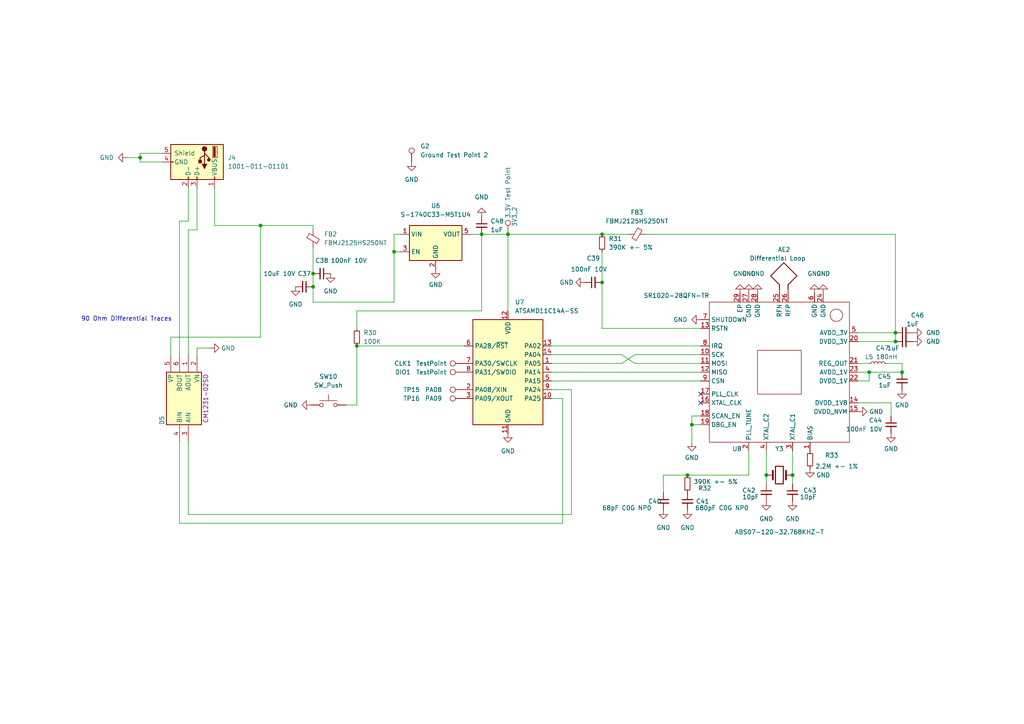
<source format=kicad_sch>
(kicad_sch (version 20211123) (generator eeschema)
  (paper "A4")
  (lib_symbols
    (symbol "Circuit_Protections:PRO-000069-00"
      (property "Reference" "D" (at 0 5.08 0))
      (property "Part Number" "CM1231-02SO" (at 0 -7.62 0))
      (property "Standoff Voltage" "5V" (at 0 -10.16 0))
      (symbol "PRO-000069-00_1_1"
        (rectangle (start -7.62 3.81) (end 7.62 -6.35) (stroke (width 0.254)) (fill (type background)))
        (pin passive line (at -12.7 -2.54 0) (length 5.08) (name "AOUT") (number "1"))
        (pin passive line (at -12.7 -5.08 0) (length 5.08) (name "VN") (number "2"))
        (pin passive line (at 12.7 -2.54 180) (length 5.08) (name "AIN") (number "3"))
        (pin passive line (at 12.7 0 180) (length 5.08) (name "BIN") (number "4"))
        (pin passive line (at -12.7 2.54 0) (length 5.08) (name "VP") (number "5"))
        (pin passive line (at -12.7 0 0) (length 5.08) (name "BOUT") (number "6"))
      )
    )
    (symbol "Connector:TestPoint" (pin_numbers hide) (pin_names (offset 0.762) hide)
      (property "Reference" "TP" (at 0 6.858 0))
      (property "Value" "TestPoint" (at 0 5.08 0))
      (symbol "TestPoint_0_1"
        (circle (center 0 3.302) (radius 0.762))
      )
      (symbol "TestPoint_1_1"
        (pin passive line (at 0 0 90) (length 2.54) (name "1") (number "1"))
      )
    )
    (symbol "Connector:USB_A" (pin_names (offset 1.016))
      (property "Reference" "J" (at -5.08 11.43 0))
      (property "Value" "USB_A" (at -5.08 8.89 0))
      (symbol "USB_A_0_1"
        (rectangle (start -5.08 -7.62) (end 5.08 7.62) (stroke (width 0.254)) (fill (type background)))
        (circle (center -3.81 2.159) (radius 0.635) (stroke (width 0.254)) (fill (type outline)))
        (rectangle (start -1.524 4.826) (end -4.318 5.334) (fill (type outline)))
        (rectangle (start -1.27 4.572) (end -4.572 5.842))
        (circle (center -0.635 3.429) (radius 0.381) (stroke (width 0.254)) (fill (type outline)))
        (rectangle (start -0.127 -7.62) (end 0.127 -6.858))
        (polyline (pts (xy -3.175 2.159) (xy -2.54 2.159) (xy -1.27 3.429) (xy -0.635 3.429)) (stroke (width 0.254)))
        (polyline (pts (xy -2.54 2.159) (xy -1.905 2.159) (xy -1.27 0.889) (xy 0 0.889)) (stroke (width 0.254)))
        (polyline (pts (xy 0.635 2.794) (xy 0.635 1.524) (xy 1.905 2.159) (xy 0.635 2.794)) (stroke (width 0.254)) (fill (type outline)))
        (rectangle (start 0.254 1.27) (end -0.508 0.508) (stroke (width 0.254)) (fill (type outline)))
        (rectangle (start 5.08 -2.667) (end 4.318 -2.413))
        (rectangle (start 5.08 -0.127) (end 4.318 0.127))
        (rectangle (start 5.08 4.953) (end 4.318 5.207))
      )
      (symbol "USB_A_1_1"
        (polyline (pts (xy -1.905 2.159) (xy 0.635 2.159)) (stroke (width 0.254)))
        (pin power_in line (at 7.62 5.08 180) (length 2.54) (name "VBUS") (number "1"))
        (pin bidirectional line (at 7.62 -2.54 180) (length 2.54) (name "D-") (number "2"))
        (pin bidirectional line (at 7.62 0 180) (length 2.54) (name "D+") (number "3"))
        (pin power_in line (at 0 -10.16 90) (length 2.54) (name "GND") (number "4"))
        (pin passive line (at -2.54 -10.16 90) (length 2.54) (name "Shield") (number "5"))
      )
    )
    (symbol "Device:Antenna_Loop" (pin_numbers hide) (pin_names (offset 1.016) hide)
      (property "Reference" "AE" (at 1.27 6.35 0))
      (property "Value" "Antenna_Loop" (at 1.27 5.08 0))
      (symbol "Antenna_Loop_0_1"
        (polyline (pts (xy 2.54 -3.81) (xy 2.54 -2.54) (xy 5.08 0) (xy 1.27 3.81) (xy -2.54 0) (xy 0 -2.54) (xy 0 -3.81)) (stroke (width 0.254)))
      )
      (symbol "Antenna_Loop_1_1"
        (pin input line (at 0 -5.08 90) (length 2.54) (name "~") (number "1"))
        (pin input line (at 2.54 -5.08 90) (length 2.54) (name "~") (number "2"))
      )
    )
    (symbol "Device:C_Small" (pin_numbers hide) (pin_names (offset 0.254) hide)
      (property "Reference" "C" (at 0.254 1.778 0))
      (property "Value" "C_Small" (at 0.254 -2.032 0))
      (symbol "C_Small_0_1"
        (polyline (pts (xy -1.524 -0.508) (xy 1.524 -0.508)) (stroke (width 0.3302)))
        (polyline (pts (xy -1.524 0.508) (xy 1.524 0.508)) (stroke (width 0.3048)))
      )
      (symbol "C_Small_1_1"
        (pin passive line (at 0 2.54 270) (length 2.032) (name "~") (number "1"))
        (pin passive line (at 0 -2.54 90) (length 2.032) (name "~") (number "2"))
      )
    )
    (symbol "Device:Crystal" (pin_numbers hide) (pin_names (offset 1.016) hide)
      (property "Reference" "Y" (at 0 3.81 0))
      (property "Value" "Crystal" (at 0 -3.81 0))
      (symbol "Crystal_0_1"
        (rectangle (start -1.143 2.54) (end 1.143 -2.54) (stroke (width 0.3048)))
        (polyline (pts (xy -2.54 0) (xy -1.905 0)))
        (polyline (pts (xy -1.905 -1.27) (xy -1.905 1.27)) (stroke (width 0.508)))
        (polyline (pts (xy 1.905 -1.27) (xy 1.905 1.27)) (stroke (width 0.508)))
        (polyline (pts (xy 2.54 0) (xy 1.905 0)))
      )
      (symbol "Crystal_1_1"
        (pin passive line (at -3.81 0 0) (length 1.27) (name "1") (number "1"))
        (pin passive line (at 3.81 0 180) (length 1.27) (name "2") (number "2"))
      )
    )
    (symbol "Device:FerriteBead_Small" (pin_numbers hide) (pin_names (offset 0))
      (property "Reference" "FB" (at 1.905 1.27 0))
      (property "Value" "FerriteBead_Small" (at 1.905 -1.27 0))
      (symbol "FerriteBead_Small_0_1"
        (polyline (pts (xy 0 -1.27) (xy 0 -0.7874)))
        (polyline (pts (xy 0 0.889) (xy 0 1.2954)))
        (polyline (pts (xy -1.8288 0.2794) (xy -1.1176 1.4986) (xy 1.8288 -0.2032) (xy 1.1176 -1.4224) (xy -1.8288 0.2794)))
      )
      (symbol "FerriteBead_Small_1_1"
        (pin passive line (at 0 2.54 270) (length 1.27) (name "~") (number "1"))
        (pin passive line (at 0 -2.54 90) (length 1.27) (name "~") (number "2"))
      )
    )
    (symbol "Device:L_Small" (pin_numbers hide) (pin_names (offset 0.254) hide)
      (property "Reference" "L" (at 0.762 1.016 0))
      (property "Value" "L_Small" (at 0.762 -1.016 0))
      (symbol "L_Small_0_1"
        (arc (start 0 -2.032) (mid 0.508 -1.524) (end 0 -1.016))
        (arc (start 0 -1.016) (mid 0.508 -0.508) (end 0 0))
        (arc (start 0 0) (mid 0.508 0.508) (end 0 1.016))
        (arc (start 0 1.016) (mid 0.508 1.524) (end 0 2.032))
      )
      (symbol "L_Small_1_1"
        (pin passive line (at 0 2.54 270) (length 0.508) (name "~") (number "1"))
        (pin passive line (at 0 -2.54 90) (length 0.508) (name "~") (number "2"))
      )
    )
    (symbol "Device:R_Small" (pin_numbers hide) (pin_names (offset 0.254) hide)
      (property "Reference" "R" (at 0.762 0.508 0))
      (property "Value" "R_Small" (at 0.762 -1.016 0))
      (symbol "R_Small_0_1"
        (rectangle (start -0.762 1.778) (end 0.762 -1.778) (stroke (width 0.2032)))
      )
      (symbol "R_Small_1_1"
        (pin passive line (at 0 2.54 270) (length 0.762) (name "~") (number "1"))
        (pin passive line (at 0 -2.54 90) (length 0.762) (name "~") (number "2"))
      )
    )
    (symbol "MCU_Microchip_SAMD:ATSAMD11C14A-SS"
      (property "Reference" "U" (at -10.16 16.51 0))
      (property "Value" "ATSAMD11C14A-SS" (at 1.27 16.51 0))
      (symbol "ATSAMD11C14A-SS_0_1"
        (rectangle (start -10.16 15.24) (end 10.16 -15.24) (stroke (width 0.254)) (fill (type background)))
      )
      (symbol "ATSAMD11C14A-SS_1_1"
        (pin bidirectional line (at 12.7 2.54 180) (length 2.54) (name "PA05") (number "1"))
        (pin bidirectional line (at 12.7 -7.62 180) (length 2.54) (name "PA25") (number "10"))
        (pin power_in line (at 0 -17.78 90) (length 2.54) (name "GND") (number "11"))
        (pin power_in line (at 0 17.78 270) (length 2.54) (name "VDD") (number "12"))
        (pin bidirectional line (at 12.7 7.62 180) (length 2.54) (name "PA02") (number "13"))
        (pin bidirectional line (at 12.7 5.08 180) (length 2.54) (name "PA04") (number "14"))
        (pin bidirectional line (at -12.7 -5.08 0) (length 2.54) (name "PA08/XIN") (number "2"))
        (pin bidirectional line (at -12.7 -7.62 0) (length 2.54) (name "PA09/XOUT") (number "3"))
        (pin bidirectional line (at 12.7 0 180) (length 2.54) (name "PA14") (number "4"))
        (pin bidirectional line (at 12.7 -2.54 180) (length 2.54) (name "PA15") (number "5"))
        (pin bidirectional line (at -12.7 7.62 0) (length 2.54) (name "PA28/~{RST}") (number "6"))
        (pin bidirectional line (at -12.7 2.54 0) (length 2.54) (name "PA30/SWCLK") (number "7"))
        (pin bidirectional line (at -12.7 0 0) (length 2.54) (name "PA31/SWDIO") (number "8"))
        (pin bidirectional line (at 12.7 -5.08 180) (length 2.54) (name "PA24") (number "9"))
      )
    )
    (symbol "Regulator_Linear:MIC5365-3.3YC5"
      (property "Reference" "U" (at -6.35 6.35 0))
      (property "Value" "MIC5365-3.3YC5" (at 0 6.35 0))
      (symbol "MIC5365-3.3YC5_0_1"
        (rectangle (start -7.62 -5.08) (end 7.62 5.08) (stroke (width 0.254)) (fill (type background)))
      )
      (symbol "MIC5365-3.3YC5_1_1"
        (pin power_in line (at -10.16 2.54 0) (length 2.54) (name "VIN") (number "1"))
        (pin power_in line (at 0 -7.62 90) (length 2.54) (name "GND") (number "2"))
        (pin input line (at -10.16 -2.54 0) (length 2.54) (name "EN") (number "3"))
        (pin no_connect line (at 7.62 -2.54 180) (length 2.54) hide (name "NC") (number "4"))
        (pin power_out line (at 10.16 2.54 180) (length 2.54) (name "VOUT") (number "5"))
      )
    )
    (symbol "Spark:SR1010"
      (property "Reference" "U701" (at 25.4 27.94 0))
      (property "Value" "SR1010" (at 25.4 25.4 0))
      (symbol "SR1010_0_1"
        (rectangle (start -20.32 20.32) (end 20.32 -20.32))
        (circle (center -16.51 16.51) (radius 1.7961))
        (rectangle (start -6.35 6.35) (end 6.35 -6.35))
      )
      (symbol "SR1010_1_1"
        (pin bidirectional line (at -8.89 -22.86 90) (length 2.54) (name "BIAS") (number "1"))
        (pin input line (at 22.86 5.08 180) (length 2.54) (name "SCK") (number "10"))
        (pin input line (at 22.86 2.54 180) (length 2.54) (name "MOSI") (number "11"))
        (pin output line (at 22.86 0 180) (length 2.54) (name "MISO") (number "12"))
        (pin input line (at 22.86 12.7 180) (length 2.54) (name "RSTN") (number "13"))
        (pin power_out line (at -22.86 -8.89 0) (length 2.54) (name "DVDD_1V8") (number "14"))
        (pin power_in line (at -22.86 -11.43 0) (length 2.54) (name "DVDD_NVM") (number "15"))
        (pin bidirectional line (at 22.86 -8.89 180) (length 2.54) (name "XTAL_CLK") (number "16"))
        (pin bidirectional line (at 22.86 -6.35 180) (length 2.54) (name "PLL_CLK") (number "17"))
        (pin input line (at 22.86 -12.7 180) (length 2.54) (name "SCAN_EN") (number "18"))
        (pin input line (at 22.86 -15.24 180) (length 2.54) (name "DBG_EN") (number "19"))
        (pin bidirectional line (at 8.89 -22.86 90) (length 2.54) (name "PLL_TUNE") (number "2"))
        (pin power_in line (at -22.86 8.89 0) (length 2.54) (name "DVDD_3V") (number "20"))
        (pin power_out line (at -22.86 2.54 0) (length 2.54) (name "REG_OUT") (number "21"))
        (pin power_out line (at -22.86 -2.54 0) (length 2.54) (name "DVDD_1V") (number "22"))
        (pin power_in line (at -22.86 0 0) (length 2.54) (name "AVDD_1V") (number "23"))
        (pin power_in line (at -12.7 22.86 270) (length 2.54) (name "GND") (number "24"))
        (pin bidirectional line (at 0 22.86 270) (length 2.54) (name "RFN") (number "25"))
        (pin bidirectional line (at -2.54 22.86 270) (length 2.54) (name "RFP") (number "26"))
        (pin power_in line (at 8.89 22.86 270) (length 2.54) (name "GND") (number "27"))
        (pin power_in line (at 6.35 22.86 270) (length 2.54) (name "GND") (number "28"))
        (pin power_in line (at 11.43 22.86 270) (length 2.54) (name "EP") (number "29"))
        (pin input line (at -3.81 -22.86 90) (length 2.54) (name "XTAL_C1") (number "3"))
        (pin output line (at 3.81 -22.86 90) (length 2.54) (name "XTAL_C2") (number "4"))
        (pin power_in line (at -22.86 11.43 0) (length 2.54) (name "AVDD_3V") (number "5"))
        (pin power_in line (at -10.16 22.86 270) (length 2.54) (name "GND") (number "6"))
        (pin input line (at 22.86 15.24 180) (length 2.54) (name "SHUTDOWN") (number "7"))
        (pin output line (at 22.86 7.62 180) (length 2.54) (name "IRQ") (number "8"))
        (pin input line (at 22.86 -2.54 180) (length 2.54) (name "CSN") (number "9"))
      )
    )
    (symbol "Switch:SW_Push" (pin_numbers hide) (pin_names (offset 1.016) hide)
      (property "Reference" "SW" (at 1.27 2.54 0))
      (property "Value" "SW_Push" (at 0 -1.524 0))
      (symbol "SW_Push_0_1"
        (circle (center -2.032 0) (radius 0.508))
        (polyline (pts (xy 0 1.27) (xy 0 3.048)))
        (polyline (pts (xy 2.54 1.27) (xy -2.54 1.27)))
        (circle (center 2.032 0) (radius 0.508))
        (pin passive line (at -5.08 0 0) (length 2.54) (name "1") (number "1"))
        (pin passive line (at 5.08 0 180) (length 2.54) (name "2") (number "2"))
      )
    )
    (symbol "power:GND" (power) (pin_names (offset 0))
      (property "Value" "GND" (at 0 -3.81 0))
      (symbol "GND_0_1"
        (polyline (pts (xy 0 0) (xy 0 -1.27) (xy 1.27 -1.27) (xy 0 -2.54) (xy -1.27 -1.27) (xy 0 -1.27)))
      )
      (symbol "GND_1_1"
        (pin power_in line (at 0 0 270) (length 0) hide (name "GND") (number "1"))
      )
    )
  )
  (junction (at 200.66 123.19))
  (junction (at 103.505 100.33))
  (junction (at 229.87 137.795))
  (junction (at 259.715 96.52))
  (junction (at 90.805 79.375))
  (junction (at 40.64 45.72))
  (junction (at 174.625 81.915))
  (junction (at 261.62 107.95))
  (junction (at 75.565 65.405))
  (junction (at 199.39 137.795))
  (junction (at 90.805 83.185))
  (junction (at 222.25 137.795))
  (junction (at 252.095 107.95))
  (junction (at 114.3 73.025))
  (junction (at 139.7 67.945))
  (junction (at 259.715 99.06))
  (junction (at 147.32 67.945))
  (junction (at 174.625 67.945))
  (no_connect (at 203.2 116.84))
  (no_connect (at 203.2 114.3))
  (wire (pts (xy 184.15 105.41) (xy 203.2 105.41)))
  (wire (pts (xy 248.92 107.95) (xy 252.095 107.95)))
  (wire (pts (xy 60.96 100.965) (xy 57.15 100.965)))
  (wire (pts (xy 147.32 67.945) (xy 147.32 90.17)))
  (wire (pts (xy 174.625 67.945) (xy 182.245 67.945)))
  (wire (pts (xy 49.53 97.79) (xy 75.565 97.79)))
  (wire (pts (xy 160.02 100.33) (xy 203.2 100.33)))
  (wire (pts (xy 217.17 137.795) (xy 199.39 137.795)))
  (wire (pts (xy 90.805 65.405) (xy 90.805 66.675)))
  (wire (pts (xy 222.25 137.795) (xy 222.25 140.335)))
  (wire (pts (xy 49.53 97.79) (xy 49.53 102.87)))
  (wire (pts (xy 40.64 46.99) (xy 46.99 46.99)))
  (wire (pts (xy 139.7 67.945) (xy 139.7 90.17)))
  (wire (pts (xy 54.61 66.675) (xy 57.15 66.675)))
  (wire (pts (xy 52.07 64.135) (xy 54.61 64.135)))
  (wire (pts (xy 90.805 79.375) (xy 90.805 83.185)))
  (wire (pts (xy 252.095 105.41) (xy 248.92 105.41)))
  (wire (pts (xy 259.715 96.52) (xy 259.715 99.06)))
  (wire (pts (xy 114.3 73.025) (xy 114.3 67.945)))
  (wire (pts (xy 75.565 65.405) (xy 90.805 65.405)))
  (wire (pts (xy 54.61 128.27) (xy 54.61 149.225)))
  (wire (pts (xy 54.61 102.87) (xy 54.61 66.675)))
  (wire (pts (xy 90.805 83.185) (xy 90.805 87.63)))
  (wire (pts (xy 52.07 128.27) (xy 52.07 151.765)))
  (wire (pts (xy 180.34 102.87) (xy 184.15 105.41)))
  (wire (pts (xy 90.805 71.755) (xy 90.805 79.375)))
  (wire (pts (xy 229.87 137.795) (xy 229.87 140.335)))
  (wire (pts (xy 54.61 149.225) (xy 165.735 149.225)))
  (wire (pts (xy 258.445 116.84) (xy 258.445 120.65)))
  (wire (pts (xy 100.33 117.475) (xy 103.505 117.475)))
  (wire (pts (xy 103.505 90.17) (xy 103.505 95.25)))
  (wire (pts (xy 103.505 100.33) (xy 103.505 117.475)))
  (wire (pts (xy 203.2 123.19) (xy 200.66 123.19)))
  (wire (pts (xy 160.02 105.41) (xy 180.34 105.41)))
  (wire (pts (xy 199.39 137.795) (xy 192.405 137.795)))
  (wire (pts (xy 229.87 130.81) (xy 229.87 137.795)))
  (wire (pts (xy 174.625 95.25) (xy 203.2 95.25)))
  (wire (pts (xy 46.99 44.45) (xy 40.64 44.45)))
  (wire (pts (xy 36.83 45.72) (xy 40.64 45.72)))
  (wire (pts (xy 147.32 67.945) (xy 174.625 67.945)))
  (wire (pts (xy 160.02 102.87) (xy 180.34 102.87)))
  (wire (pts (xy 134.62 100.33) (xy 103.505 100.33)))
  (wire (pts (xy 163.195 151.765) (xy 163.195 115.57)))
  (wire (pts (xy 257.175 105.41) (xy 261.62 105.41)))
  (wire (pts (xy 261.62 107.95) (xy 252.095 107.95)))
  (wire (pts (xy 160.02 110.49) (xy 203.2 110.49)))
  (wire (pts (xy 90.805 87.63) (xy 114.3 87.63)))
  (wire (pts (xy 200.66 123.19) (xy 200.66 128.27)))
  (wire (pts (xy 75.565 65.405) (xy 75.565 97.79)))
  (wire (pts (xy 248.92 116.84) (xy 258.445 116.84)))
  (wire (pts (xy 52.07 151.765) (xy 163.195 151.765)))
  (wire (pts (xy 114.3 67.945) (xy 116.205 67.945)))
  (wire (pts (xy 222.25 130.81) (xy 222.25 137.795)))
  (wire (pts (xy 136.525 67.945) (xy 139.7 67.945)))
  (wire (pts (xy 165.735 149.225) (xy 165.735 113.03)))
  (wire (pts (xy 62.23 54.61) (xy 62.23 65.405)))
  (wire (pts (xy 40.64 44.45) (xy 40.64 45.72)))
  (wire (pts (xy 203.2 120.65) (xy 200.66 120.65)))
  (wire (pts (xy 174.625 81.915) (xy 174.625 95.25)))
  (wire (pts (xy 165.735 113.03) (xy 160.02 113.03)))
  (wire (pts (xy 139.7 90.17) (xy 103.505 90.17)))
  (wire (pts (xy 180.34 105.41) (xy 184.15 102.87)))
  (wire (pts (xy 200.66 120.65) (xy 200.66 123.19)))
  (wire (pts (xy 248.92 96.52) (xy 259.715 96.52)))
  (wire (pts (xy 57.15 66.675) (xy 57.15 54.61)))
  (wire (pts (xy 187.325 67.945) (xy 259.715 67.945)))
  (wire (pts (xy 259.715 99.06) (xy 248.92 99.06)))
  (wire (pts (xy 40.64 45.72) (xy 40.64 46.99)))
  (wire (pts (xy 62.23 65.405) (xy 75.565 65.405)))
  (wire (pts (xy 57.15 102.87) (xy 57.15 100.965)))
  (wire (pts (xy 252.095 110.49) (xy 248.92 110.49)))
  (wire (pts (xy 54.61 64.135) (xy 54.61 54.61)))
  (wire (pts (xy 114.3 87.63) (xy 114.3 73.025)))
  (wire (pts (xy 184.15 102.87) (xy 203.2 102.87)))
  (wire (pts (xy 259.715 67.945) (xy 259.715 96.52)))
  (wire (pts (xy 160.02 107.95) (xy 203.2 107.95)))
  (wire (pts (xy 139.7 67.945) (xy 147.32 67.945)))
  (wire (pts (xy 114.3 73.025) (xy 116.205 73.025)))
  (wire (pts (xy 252.095 107.95) (xy 252.095 110.49)))
  (wire (pts (xy 217.17 130.81) (xy 217.17 137.795)))
  (wire (pts (xy 192.405 137.795) (xy 192.405 142.875)))
  (wire (pts (xy 261.62 105.41) (xy 261.62 107.95)))
  (wire (pts (xy 163.195 115.57) (xy 160.02 115.57)))
  (wire (pts (xy 174.625 73.025) (xy 174.625 81.915)))
  (wire (pts (xy 52.07 64.135) (xy 52.07 102.87)))
  (text "90 Ohm Differential Traces" (at 23.495 93.345 0) (effects (font (size 1.27 1.27)) (justify left bottom)))
  (symbol (lib_id "Device:C_Small") (at 261.62 110.49 0) (mirror y) (unit 1)
    (property "Reference" "C45" (at 258.445 109.2262 0) (effects (justify left)))
    (property "Value" "1uF" (at 258.445 111.7662 0) (effects (justify left)))
    (property "Footprint" "Capacitor_SMD:C_0603_1608Metric" (effects hide))
    (property "DIGIKEY" "CL10A105KA8NNNC" (effects hide))
  )
  (symbol (lib_id "Connector:TestPoint") (at 134.62 113.03 90) (unit 1)
    (property "Reference" "TP15" (at 119.38 113.03 90))
    (property "Value" "PA08" (at 125.73 113.03 90))
    (property "Footprint" "TestPoint:TestPoint_Pad_D1.0mm" (effects hide))
  )
  (symbol (lib_id "Device:Crystal") (at 226.06 137.795 0) (mirror y) (unit 1)
    (property "Reference" "Y3" (at 226.06 130.175 0))
    (property "Value" "ABS07-120-32.768KHZ-T" (at 226.06 154.305 0))
    (property "Footprint" "Crystal:Crystal_SMD_3215-2Pin_3.2x1.5mm" (effects hide))
    (property "DIGIKEY" "ABS07-120-32.768KHZ-T" (effects hide))
  )
  (symbol (lib_id "Device:Antenna_Loop") (at 228.6 80.01 0) (mirror y) (unit 1)
    (property "Reference" "AE2" (at 229.235 72.39 0) (effects (justify left)))
    (property "Value" "Differential Loop" (at 233.68 74.93 0) (effects (justify left)))
    (property "Footprint" "Antenna:SR1020 Antenna Vivaldi" (effects hide))
  )
  (symbol (lib_id "power:GND") (at 222.25 145.415 0) (mirror y) (unit 1)
    (property "Reference" "#PWR097" (effects hide))
    (property "Value" "GND" (at 222.25 150.495 0))
  )
  (symbol (lib_id "MCU_Microchip_SAMD:ATSAMD11C14A-SS") (at 147.32 107.95 0) (unit 1)
    (property "Reference" "U7" (at 149.3394 87.63 0) (effects (justify left)))
    (property "Value" "ATSAMD11C14A-SS" (at 149.3394 90.17 0) (effects (justify left)))
    (property "Footprint" "Package_SO:SOIC-14_3.9x8.7mm_P1.27mm" (effects hide))
    (property "Datasheet" "http://ww1.microchip.com/downloads/en/DeviceDoc/Atmel-42363-SAM-D11_Datasheet.pdf" (effects hide))
    (property "DIGIKEY" "ATSAMD11C14A-SS" (effects hide))
  )
  (symbol (lib_id "power:GND") (at 85.725 83.185 0) (unit 1)
    (property "Reference" "#PWR083" (effects hide))
    (property "Value" "GND" (at 85.725 88.265 0))
  )
  (symbol (lib_id "power:GND") (at 261.62 113.03 0) (mirror y) (unit 1)
    (property "Reference" "#PWR0104" (effects hide))
    (property "Value" "GND" (at 261.62 117.475 0))
  )
  (symbol (lib_id "Connector:TestPoint") (at 134.62 107.95 90) (unit 1)
    (property "Reference" "DIO1" (at 116.84 107.95 90))
    (property "Value" "TestPoint" (at 125.095 107.95 90))
    (property "Footprint" "TestPoint:TestPoint_Pad_D1.0mm" (effects hide))
  )
  (symbol (lib_id "Device:C_Small") (at 229.87 142.875 0) (mirror y) (unit 1)
    (property "Reference" "C43" (at 236.855 142.24 0) (effects (justify left)))
    (property "Value" "10pF" (at 236.855 144.145 0) (effects (justify left)))
    (property "Footprint" "Capacitor_SMD:C_0603_1608Metric" (effects hide))
    (property "DIGIKEY" "06035A100JAT2A" (effects hide))
  )
  (symbol (lib_id "Device:FerriteBead_Small") (at 184.785 67.945 90) (unit 1)
    (property "Reference" "FB3" (at 184.7469 61.595 90))
    (property "Value" "FBMJ2125HS250NT" (at 184.7469 64.135 90))
    (property "Footprint" "Inductor_SMD:L_0805_2012Metric" (effects hide))
    (property "DIGIKEY" "FBMJ2125HS250NT" (effects hide))
  )
  (symbol (lib_id "Device:R_Small") (at 234.95 133.35 0) (mirror y) (unit 1)
    (property "Reference" "R33" (at 243.205 132.08 0) (effects (justify left)))
    (property "Value" "2.2M +- 1%" (at 248.92 135.255 0) (effects (justify left)))
    (property "Footprint" "Resistor_SMD:R_0603_1608Metric" (effects hide))
    (property "DIGIKEY" "RC0603FR-072M2L" (effects hide))
  )
  (symbol (lib_id "Connector:TestPoint") (at 134.62 115.57 90) (unit 1)
    (property "Reference" "TP16" (at 119.38 115.57 90))
    (property "Value" "PA09" (at 125.73 115.57 90))
    (property "Footprint" "TestPoint:TestPoint_Pad_D1.0mm" (effects hide))
  )
  (symbol (lib_id "power:GND") (at 264.795 99.06 90) (mirror x) (unit 1)
    (property "Reference" "#PWR0106" (effects hide))
    (property "Value" "GND" (at 268.605 99.0599 90) (effects (justify right)))
  )
  (symbol (lib_id "power:GND") (at 234.95 135.89 0) (mirror y) (unit 1)
    (property "Reference" "#PWR099" (effects hide))
    (property "Value" "GND" (at 238.76 137.795 0))
  )
  (symbol (lib_id "Connector:TestPoint") (at 119.38 46.99 0) (unit 1)
    (property "Reference" "G2" (at 121.92 42.4179 0) (effects (justify left)))
    (property "Value" "Ground Test Point 2" (at 121.92 44.9579 0) (effects (justify left)))
    (property "Footprint" "TestPoint:TestPoint_Pad_D1.0mm" (effects hide))
  )
  (symbol (lib_id "power:GND") (at 219.71 85.09 0) (mirror x) (unit 1)
    (property "Reference" "#PWR096" (effects hide))
    (property "Value" "GND" (at 219.71 79.375 0))
  )
  (symbol (lib_id "power:GND") (at 169.545 81.915 270) (unit 1)
    (property "Reference" "#PWR089" (effects hide))
    (property "Value" "GND" (at 166.37 81.9149 90) (effects (justify right)))
  )
  (symbol (lib_id "power:GND") (at 147.32 125.73 0) (unit 1)
    (property "Reference" "#PWR088" (effects hide))
    (property "Value" "GND" (at 147.32 130.81 0))
  )
  (symbol (lib_id "Device:C_Small") (at 262.255 99.06 90) (mirror x) (unit 1)
    (property "Reference" "C47" (at 255.905 100.965 90))
    (property "Value" "1uF" (at 259.08 100.965 90))
    (property "Footprint" "Capacitor_SMD:C_0603_1608Metric" (effects hide))
    (property "DIGIKEY" "CL10A105KA8NNNC" (effects hide))
  )
  (symbol (lib_id "power:GND") (at 200.66 128.27 0) (mirror y) (unit 1)
    (property "Reference" "#PWR092" (effects hide))
    (property "Value" "GND" (at 200.66 132.715 0))
  )
  (symbol (lib_id "power:GND") (at 238.76 85.09 0) (mirror x) (unit 1)
    (property "Reference" "#PWR0101" (effects hide))
    (property "Value" "GND" (at 238.76 79.375 0))
  )
  (symbol (lib_id "Device:R_Small") (at 174.625 70.485 180) (unit 1)
    (property "Reference" "R31" (at 176.53 69.2149 0) (effects (justify right)))
    (property "Value" "390K +- 5%" (at 176.53 71.7549 0) (effects (justify right)))
    (property "Footprint" "Resistor_SMD:R_0603_1608Metric" (effects hide))
    (property "DIGIKEY" "RMCF0603JT390K" (effects hide))
  )
  (symbol (lib_id "power:GND") (at 95.885 79.375 0) (unit 1)
    (property "Reference" "#PWR085" (effects hide))
    (property "Value" "GND" (at 95.885 84.455 0))
  )
  (symbol (lib_id "Switch:SW_Push") (at 95.25 117.475 0) (unit 1)
    (property "Reference" "SW10" (at 95.25 109.22 0))
    (property "Value" "SW_Push" (at 95.25 111.76 0))
    (property "Footprint" "Button_Switch_SMD:SW_SPST_B3U-1000P-B" (effects hide))
    (property "DIGIKEY" "B3U-1000P-B" (effects hide))
  )
  (symbol (lib_id "power:GND") (at 229.87 145.415 0) (mirror y) (unit 1)
    (property "Reference" "#PWR098" (effects hide))
    (property "Value" "GND" (at 229.87 150.495 0))
  )
  (symbol (lib_id "Device:C_Small") (at 139.7 65.405 0) (unit 1)
    (property "Reference" "C48" (at 142.24 64.1412 0) (effects (justify left)))
    (property "Value" "1uF" (at 142.24 66.6812 0) (effects (justify left)))
    (property "Footprint" "Capacitor_SMD:C_0603_1608Metric" (effects hide))
    (property "DIGIKEY" "CL10A105KA8NNNC" (effects hide))
  )
  (symbol (lib_id "power:GND") (at 217.17 85.09 0) (mirror x) (unit 1)
    (property "Reference" "#PWR095" (effects hide))
    (property "Value" "GND" (at 217.17 79.375 0))
  )
  (symbol (lib_id "power:GND") (at 119.38 46.99 0) (unit 1)
    (property "Reference" "#PWR086" (effects hide))
    (property "Value" "GND" (at 119.38 52.07 0))
  )
  (symbol (lib_id "power:GND") (at 236.22 85.09 0) (mirror x) (unit 1)
    (property "Reference" "#PWR0100" (effects hide))
    (property "Value" "GND" (at 236.22 79.375 0))
  )
  (symbol (lib_id "power:GND") (at 264.795 96.52 90) (mirror x) (unit 1)
    (property "Reference" "#PWR0105" (effects hide))
    (property "Value" "GND" (at 268.605 96.5199 90) (effects (justify right)))
  )
  (symbol (lib_id "power:GND") (at 192.405 147.955 0) (mirror y) (unit 1)
    (property "Reference" "#PWR090" (effects hide))
    (property "Value" "GND" (at 192.405 153.035 0))
  )
  (symbol (lib_id "Device:FerriteBead_Small") (at 90.805 69.215 0) (unit 1)
    (property "Reference" "FB2" (at 93.98 67.9068 0) (effects (justify left)))
    (property "Value" "FBMJ2125HS250NT" (at 93.98 70.4468 0) (effects (justify left)))
    (property "Footprint" "Inductor_SMD:L_0805_2012Metric" (effects hide))
    (property "DIGIKEY" "FBMJ2125HS250NT" (effects hide))
  )
  (symbol (lib_id "Device:C_Small") (at 222.25 142.875 0) (unit 1)
    (property "Reference" "C42" (at 215.265 142.24 0) (effects (justify left)))
    (property "Value" "10pF" (at 215.265 144.145 0) (effects (justify left)))
    (property "Footprint" "Capacitor_SMD:C_0603_1608Metric" (effects hide))
    (property "DIGIKEY" "06035A100JAT2A" (effects hide))
  )
  (symbol (lib_id "Regulator_Linear:MIC5365-3.3YC5") (at 126.365 70.485 0) (unit 1)
    (property "Reference" "U6" (at 126.365 59.69 0))
    (property "Value" "S-1740C33-M5T1U4" (at 126.365 62.23 0))
    (property "Footprint" "Package_TO_SOT_SMD:TSOT-23-5" (effects hide))
    (property "Datasheet" "http://ww1.microchip.com/downloads/en/DeviceDoc/mic5365.pdf" (effects hide))
    (property "DIGIKEY" "S-1740C33-M5T1U4" (effects hide))
  )
  (symbol (lib_id "power:GND") (at 90.17 117.475 270) (unit 1)
    (property "Reference" "#PWR084" (effects hide))
    (property "Value" "GND" (at 86.36 117.4749 90) (effects (justify right)))
  )
  (symbol (lib_id "power:GND") (at 248.92 119.38 90) (mirror x) (unit 1)
    (property "Reference" "#PWR0102" (effects hide))
    (property "Value" "GND" (at 252.095 119.3799 90) (effects (justify right)))
  )
  (symbol (lib_id "power:GND") (at 126.365 78.105 0) (unit 1)
    (property "Reference" "#PWR087" (effects hide))
    (property "Value" "GND" (at 126.365 82.55 0))
  )
  (symbol (lib_id "Connector:TestPoint") (at 147.32 67.945 0) (unit 1)
    (property "Reference" "3V3_2" (at 149.225 62.865 90))
    (property "Value" "3.3V Test Point" (at 147.32 55.88 90))
    (property "Footprint" "TestPoint:TestPoint_Pad_D1.0mm" (effects hide))
  )
  (symbol (lib_id "Connector:USB_A") (at 57.15 46.99 270) (unit 1)
    (property "Reference" "J4" (at 66.04 45.7199 90) (effects (justify left)))
    (property "Value" "1001-011-01101" (at 66.04 48.2599 90) (effects (justify left)))
    (property "Footprint" "Connector_USB:USB_A_CNCTech_1001-011-01101_Horizontal" (effects hide))
    (property "Datasheet" " ~" (effects hide))
    (property "DIGIKEY" "1001-011-01101" (effects hide))
  )
  (symbol (lib_id "Device:R_Small") (at 103.505 97.79 0) (unit 1)
    (property "Reference" "R30" (at 105.41 96.5199 0) (effects (justify left)))
    (property "Value" "100K" (at 105.41 99.0599 0) (effects (justify left)))
    (property "Footprint" "Resistor_SMD:R_0603_1608Metric" (effects hide))
    (property "DIGIKEY" "RMCF0603FT100K" (effects hide))
  )
  (symbol (lib_id "Device:C_Small") (at 262.255 96.52 90) (mirror x) (unit 1)
    (property "Reference" "C46" (at 264.16 91.44 90) (effects (justify right)))
    (property "Value" "1uF" (at 262.89 93.98 90) (effects (justify right)))
    (property "Footprint" "Capacitor_SMD:C_0603_1608Metric" (effects hide))
    (property "DIGIKEY" "CL10A105KA8NNNC" (effects hide))
  )
  (symbol (lib_id "Spark:SR1010") (at 226.06 107.95 0) (mirror y) (unit 1)
    (property "Reference" "U8" (at 215.1506 130.175 0) (effects (justify left)))
    (property "Value" "SR1020-28QFN-TR" (at 205.74 85.725 0) (effects (justify left)))
    (property "Footprint" "Package_DFN_QFN:QFN-28-1EP_4x4mm_P0.4mm_EP2.6x2.6mm" (effects hide))
    (property "Datasheet" "https://www.sparkmicro.com/wp-content/uploads/2021/11/datasheet_SR1010_V1.02-1.pdf" (effects hide))
    (property "DIGIKEY" "SR1020-28QFN-TR" (effects hide))
  )
  (symbol (lib_id "power:GND") (at 36.83 45.72 270) (unit 1)
    (property "Reference" "#PWR081" (effects hide))
    (property "Value" "GND" (at 33.02 45.7199 90) (effects (justify right)))
  )
  (symbol (lib_id "Device:C_Small") (at 172.085 81.915 90) (unit 1)
    (property "Reference" "C39" (at 172.0913 74.93 90))
    (property "Value" "100nF 10V" (at 170.815 78.105 90))
    (property "Footprint" "Capacitor_SMD:C_0603_1608Metric" (effects hide))
    (property "DIGIKEY" "CL10B104KB8NNWC" (effects hide))
  )
  (symbol (lib_id "power:GND") (at 139.7 62.865 180) (unit 1)
    (property "Reference" "#PWR0107" (effects hide))
    (property "Value" "GND" (at 139.7 57.15 0))
  )
  (symbol (lib_id "Device:C_Small") (at 93.345 79.375 270) (unit 1)
    (property "Reference" "C38" (at 93.345 75.565 90))
    (property "Value" "100nF 10V" (at 95.885 75.565 90) (effects (justify left)))
    (property "Footprint" "Capacitor_SMD:C_0603_1608Metric" (effects hide))
    (property "DIGIKEY" "CL10B104KB8NNWC" (effects hide))
  )
  (symbol (lib_id "Device:L_Small") (at 254.635 105.41 270) (mirror x) (unit 1)
    (property "Reference" "L5" (at 252.095 103.505 90))
    (property "Value" "180nH" (at 257.175 103.505 90))
    (property "Footprint" "Inductor_SMD:L_0603_1608Metric" (effects hide))
    (property "DIGIKEY" "MLJ1608WR18JT000" (effects hide))
  )
  (symbol (lib_id "Connector:TestPoint") (at 134.62 105.41 90) (unit 1)
    (property "Reference" "CLK1" (at 116.84 105.41 90))
    (property "Value" "TestPoint" (at 125.095 105.41 90))
    (property "Footprint" "TestPoint:TestPoint_Pad_D1.0mm" (effects hide))
  )
  (symbol (lib_id "power:GND") (at 258.445 125.73 0) (mirror y) (unit 1)
    (property "Reference" "#PWR0103" (effects hide))
    (property "Value" "GND" (at 258.445 130.175 0))
  )
  (symbol (lib_id "Circuit_Protections:PRO-000069-00") (at 52.07 115.57 90) (mirror x) (unit 1)
    (property "Reference" "D5" (at 46.99 121.92 0))
    (property "Value" "CM1231-02SO" (effects hide))
    (property "Footprint" "CM1231-02SO:CM1231-02SO" (effects hide))
    (property "Datasheet" "http://elec.sparkmicro.ca/part/PRO-000069-00/" (effects hide))
    (property "Manufacturer" "ON Semiconductor" (effects hide))
    (property "Manufacturer Part Number" "CM1231-02SO" (effects hide))
    (property "Part Number" "CM1231-02SO" (at 59.69 115.57 0))
    (property "Standoff Voltage" "5V" (effects hide))
    (property "Breakdown Voltage" "-" (effects hide))
    (property "Peak Power (Watts)" "-" (effects hide))
    (property "DIGIKEY" "CM1231-02SO" (effects hide))
  )
  (symbol (lib_id "Device:C_Small") (at 88.265 83.185 270) (unit 1)
    (property "Reference" "C37" (at 88.265 79.375 90))
    (property "Value" "10uF 10V" (at 85.725 79.375 90) (effects (justify right)))
    (property "Footprint" "Capacitor_SMD:C_0603_1608Metric" (effects hide))
    (property "DIGIKEY" "0603ZD106KAT2A" (effects hide))
  )
  (symbol (lib_id "Device:C_Small") (at 199.39 145.415 0) (mirror y) (unit 1)
    (property "Reference" "C41" (at 205.74 145.415 0) (effects (justify left)))
    (property "Value" "680pF C0G NP0" (at 217.17 147.32 0) (effects (justify left)))
    (property "Footprint" "Capacitor_SMD:C_0603_1608Metric" (effects hide))
    (property "DIGIKEY" "0603N681J500CT" (effects hide))
  )
  (symbol (lib_id "power:GND") (at 214.63 85.09 0) (mirror x) (unit 1)
    (property "Reference" "#PWR094" (effects hide))
    (property "Value" "GND" (at 214.63 79.375 0))
  )
  (symbol (lib_id "Device:C_Small") (at 258.445 123.19 0) (mirror y) (unit 1)
    (property "Reference" "C44" (at 255.905 121.9262 0) (effects (justify left)))
    (property "Value" "100nF 10V" (at 255.905 124.4662 0) (effects (justify left)))
    (property "Footprint" "Capacitor_SMD:C_0603_1608Metric" (effects hide))
    (property "DIGIKEY" "CL10B104KB8NNWC" (effects hide))
  )
  (symbol (lib_id "power:GND") (at 199.39 147.955 0) (mirror y) (unit 1)
    (property "Reference" "#PWR091" (effects hide))
    (property "Value" "GND" (at 199.39 153.035 0))
  )
  (symbol (lib_id "Device:R_Small") (at 199.39 140.335 0) (mirror y) (unit 1)
    (property "Reference" "R32" (at 206.375 141.605 0) (effects (justify left)))
    (property "Value" "390K +- 5%" (at 213.995 139.7 0) (effects (justify left)))
    (property "Footprint" "Resistor_SMD:R_0603_1608Metric" (effects hide))
    (property "DIGIKEY" "RMCF0603JT390K" (effects hide))
  )
  (symbol (lib_id "Device:C_Small") (at 192.405 145.415 0) (unit 1)
    (property "Reference" "C40" (at 187.96 145.415 0) (effects (justify left)))
    (property "Value" "68pF C0G NP0" (at 174.625 147.32 0) (effects (justify left)))
    (property "Footprint" "Capacitor_SMD:C_0603_1608Metric" (effects hide))
    (property "DIGIKEY" "CL10C680JB8NNNC" (effects hide))
  )
  (symbol (lib_id "power:GND") (at 60.96 100.965 90) (unit 1)
    (property "Reference" "#PWR082" (effects hide))
    (property "Value" "GND" (at 64.135 100.9651 90) (effects (justify right)))
  )
  (symbol (lib_id "power:GND") (at 203.2 92.71 270) (unit 1)
    (property "Reference" "#PWR093" (effects hide))
    (property "Value" "GND" (at 199.39 92.7099 90) (effects (justify right)))
  )
)
</source>
